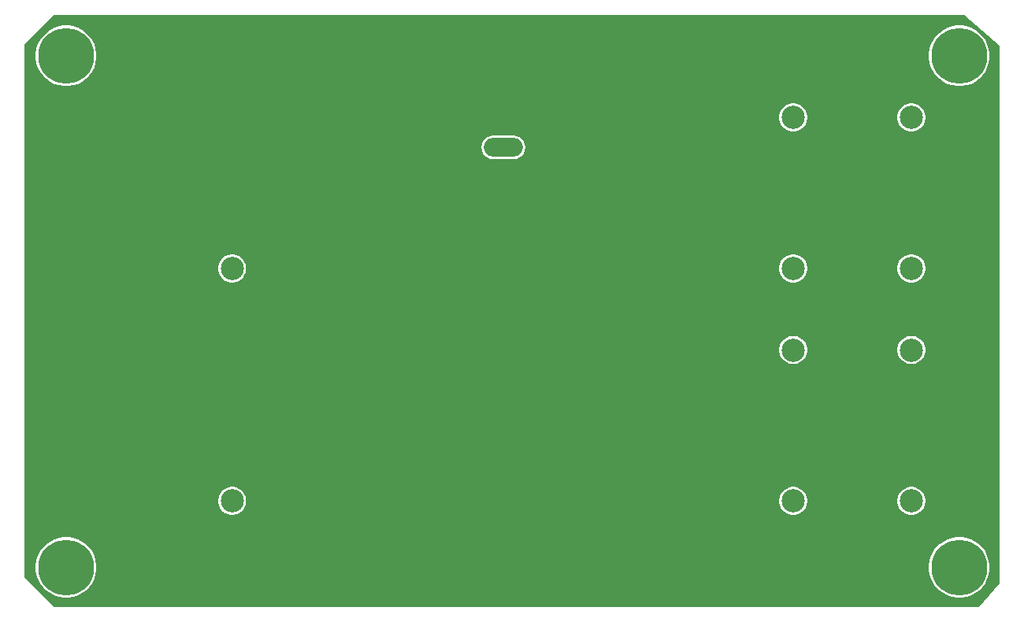
<source format=gbl>
G04*
G04 #@! TF.GenerationSoftware,Altium Limited,Altium Designer,23.1.1 (15)*
G04*
G04 Layer_Physical_Order=2*
G04 Layer_Color=16711680*
%FSLAX24Y24*%
%MOIN*%
G70*
G04*
G04 #@! TF.SameCoordinates,52EA1FD8-E69D-4759-9217-C2292DA48D7E*
G04*
G04*
G04 #@! TF.FilePolarity,Positive*
G04*
G01*
G75*
%ADD44C,0.0984*%
%ADD45C,0.2362*%
%ADD46O,0.0787X0.1654*%
%ADD47O,0.1654X0.0787*%
%ADD48C,0.0200*%
G36*
X41480Y24060D02*
Y1300D01*
Y1280D01*
X40600Y300D01*
X1480Y280D01*
X204Y1556D01*
X204Y24103D01*
X1480Y25360D01*
X39980D01*
X41480Y24060D01*
D02*
G37*
%LPC*%
G36*
X39865Y24903D02*
X39663D01*
X39464Y24872D01*
X39272Y24809D01*
X39092Y24718D01*
X38929Y24599D01*
X38787Y24457D01*
X38668Y24293D01*
X38577Y24114D01*
X38514Y23922D01*
X38483Y23723D01*
Y23521D01*
X38514Y23322D01*
X38577Y23130D01*
X38668Y22951D01*
X38787Y22787D01*
X38929Y22645D01*
X39092Y22526D01*
X39272Y22435D01*
X39464Y22372D01*
X39663Y22341D01*
X39865D01*
X40064Y22372D01*
X40256Y22435D01*
X40435Y22526D01*
X40598Y22645D01*
X40741Y22787D01*
X40859Y22951D01*
X40951Y23130D01*
X41013Y23322D01*
X41045Y23521D01*
Y23723D01*
X41013Y23922D01*
X40951Y24114D01*
X40859Y24293D01*
X40741Y24457D01*
X40598Y24599D01*
X40435Y24718D01*
X40256Y24809D01*
X40064Y24872D01*
X39865Y24903D01*
D02*
G37*
G36*
X2069D02*
X1868D01*
X1669Y24872D01*
X1477Y24809D01*
X1297Y24718D01*
X1134Y24599D01*
X991Y24457D01*
X873Y24293D01*
X781Y24114D01*
X719Y23922D01*
X687Y23723D01*
Y23521D01*
X719Y23322D01*
X781Y23130D01*
X873Y22951D01*
X991Y22787D01*
X1134Y22645D01*
X1297Y22526D01*
X1477Y22435D01*
X1669Y22372D01*
X1868Y22341D01*
X2069D01*
X2269Y22372D01*
X2460Y22435D01*
X2640Y22526D01*
X2803Y22645D01*
X2946Y22787D01*
X3064Y22951D01*
X3156Y23130D01*
X3218Y23322D01*
X3250Y23521D01*
Y23723D01*
X3218Y23922D01*
X3156Y24114D01*
X3064Y24293D01*
X2946Y24457D01*
X2803Y24599D01*
X2640Y24718D01*
X2460Y24809D01*
X2269Y24872D01*
X2069Y24903D01*
D02*
G37*
G36*
X37798Y21607D02*
X37682D01*
X37567Y21584D01*
X37460Y21540D01*
X37363Y21475D01*
X37280Y21392D01*
X37215Y21295D01*
X37171Y21188D01*
X37148Y21073D01*
Y20957D01*
X37171Y20842D01*
X37215Y20734D01*
X37280Y20637D01*
X37363Y20555D01*
X37460Y20490D01*
X37567Y20446D01*
X37682Y20423D01*
X37798D01*
X37913Y20446D01*
X38020Y20490D01*
X38117Y20555D01*
X38200Y20637D01*
X38265Y20734D01*
X38309Y20842D01*
X38332Y20957D01*
Y21073D01*
X38309Y21188D01*
X38265Y21295D01*
X38200Y21392D01*
X38117Y21475D01*
X38020Y21540D01*
X37913Y21584D01*
X37798Y21607D01*
D02*
G37*
G36*
X32798D02*
X32682D01*
X32567Y21584D01*
X32460Y21540D01*
X32363Y21475D01*
X32280Y21392D01*
X32215Y21295D01*
X32171Y21188D01*
X32148Y21073D01*
Y20957D01*
X32171Y20842D01*
X32215Y20734D01*
X32280Y20637D01*
X32363Y20555D01*
X32460Y20490D01*
X32567Y20446D01*
X32682Y20423D01*
X32798D01*
X32913Y20446D01*
X33020Y20490D01*
X33117Y20555D01*
X33200Y20637D01*
X33265Y20734D01*
X33309Y20842D01*
X33332Y20957D01*
Y21073D01*
X33309Y21188D01*
X33265Y21295D01*
X33200Y21392D01*
X33117Y21475D01*
X33020Y21540D01*
X32913Y21584D01*
X32798Y21607D01*
D02*
G37*
G36*
X20906Y20242D02*
X20039D01*
X19910Y20225D01*
X19790Y20175D01*
X19687Y20096D01*
X19608Y19993D01*
X19558Y19873D01*
X19541Y19744D01*
X19558Y19615D01*
X19608Y19495D01*
X19687Y19392D01*
X19790Y19313D01*
X19910Y19263D01*
X20039Y19246D01*
X20906D01*
X21034Y19263D01*
X21154Y19313D01*
X21258Y19392D01*
X21337Y19495D01*
X21386Y19615D01*
X21403Y19744D01*
X21386Y19873D01*
X21337Y19993D01*
X21258Y20096D01*
X21154Y20175D01*
X21034Y20225D01*
X20906Y20242D01*
D02*
G37*
G36*
X37798Y15217D02*
X37682D01*
X37567Y15194D01*
X37460Y15150D01*
X37363Y15085D01*
X37280Y15003D01*
X37215Y14906D01*
X37171Y14798D01*
X37148Y14683D01*
Y14567D01*
X37171Y14452D01*
X37215Y14345D01*
X37280Y14248D01*
X37363Y14165D01*
X37460Y14100D01*
X37567Y14056D01*
X37682Y14033D01*
X37798D01*
X37913Y14056D01*
X38020Y14100D01*
X38117Y14165D01*
X38200Y14248D01*
X38265Y14345D01*
X38309Y14452D01*
X38332Y14567D01*
Y14683D01*
X38309Y14798D01*
X38265Y14906D01*
X38200Y15003D01*
X38117Y15085D01*
X38020Y15150D01*
X37913Y15194D01*
X37798Y15217D01*
D02*
G37*
G36*
X32798D02*
X32682D01*
X32567Y15194D01*
X32460Y15150D01*
X32363Y15085D01*
X32280Y15003D01*
X32215Y14906D01*
X32171Y14798D01*
X32148Y14683D01*
Y14567D01*
X32171Y14452D01*
X32215Y14345D01*
X32280Y14248D01*
X32363Y14165D01*
X32460Y14100D01*
X32567Y14056D01*
X32682Y14033D01*
X32798D01*
X32913Y14056D01*
X33020Y14100D01*
X33117Y14165D01*
X33200Y14248D01*
X33265Y14345D01*
X33309Y14452D01*
X33332Y14567D01*
Y14683D01*
X33309Y14798D01*
X33265Y14906D01*
X33200Y15003D01*
X33117Y15085D01*
X33020Y15150D01*
X32913Y15194D01*
X32798Y15217D01*
D02*
G37*
G36*
X9054Y15212D02*
X8938D01*
X8823Y15189D01*
X8716Y15145D01*
X8619Y15080D01*
X8536Y14998D01*
X8471Y14901D01*
X8427Y14793D01*
X8404Y14678D01*
Y14562D01*
X8427Y14447D01*
X8471Y14340D01*
X8536Y14243D01*
X8619Y14160D01*
X8716Y14095D01*
X8823Y14051D01*
X8938Y14028D01*
X9054D01*
X9169Y14051D01*
X9277Y14095D01*
X9374Y14160D01*
X9456Y14243D01*
X9521Y14340D01*
X9565Y14447D01*
X9588Y14562D01*
Y14678D01*
X9565Y14793D01*
X9521Y14901D01*
X9456Y14998D01*
X9374Y15080D01*
X9277Y15145D01*
X9169Y15189D01*
X9054Y15212D01*
D02*
G37*
G36*
X37795Y11759D02*
X37678D01*
X37564Y11737D01*
X37456Y11692D01*
X37359Y11627D01*
X37276Y11545D01*
X37211Y11448D01*
X37167Y11340D01*
X37144Y11226D01*
Y11109D01*
X37167Y10995D01*
X37211Y10887D01*
X37276Y10790D01*
X37359Y10707D01*
X37456Y10643D01*
X37564Y10598D01*
X37678Y10575D01*
X37795D01*
X37909Y10598D01*
X38017Y10643D01*
X38114Y10707D01*
X38196Y10790D01*
X38261Y10887D01*
X38306Y10995D01*
X38328Y11109D01*
Y11226D01*
X38306Y11340D01*
X38261Y11448D01*
X38196Y11545D01*
X38114Y11627D01*
X38017Y11692D01*
X37909Y11737D01*
X37795Y11759D01*
D02*
G37*
G36*
X32795D02*
X32678D01*
X32564Y11737D01*
X32456Y11692D01*
X32359Y11627D01*
X32276Y11545D01*
X32211Y11448D01*
X32167Y11340D01*
X32144Y11226D01*
Y11109D01*
X32167Y10995D01*
X32211Y10887D01*
X32276Y10790D01*
X32359Y10707D01*
X32456Y10643D01*
X32564Y10598D01*
X32678Y10575D01*
X32795D01*
X32909Y10598D01*
X33017Y10643D01*
X33114Y10707D01*
X33196Y10790D01*
X33261Y10887D01*
X33306Y10995D01*
X33328Y11109D01*
Y11226D01*
X33306Y11340D01*
X33261Y11448D01*
X33196Y11545D01*
X33114Y11627D01*
X33017Y11692D01*
X32909Y11737D01*
X32795Y11759D01*
D02*
G37*
G36*
X37795Y5370D02*
X37678D01*
X37564Y5347D01*
X37456Y5302D01*
X37359Y5237D01*
X37276Y5155D01*
X37211Y5058D01*
X37167Y4950D01*
X37144Y4836D01*
Y4719D01*
X37167Y4605D01*
X37211Y4497D01*
X37276Y4400D01*
X37359Y4318D01*
X37456Y4253D01*
X37564Y4208D01*
X37678Y4185D01*
X37795D01*
X37909Y4208D01*
X38017Y4253D01*
X38114Y4318D01*
X38196Y4400D01*
X38261Y4497D01*
X38306Y4605D01*
X38328Y4719D01*
Y4836D01*
X38306Y4950D01*
X38261Y5058D01*
X38196Y5155D01*
X38114Y5237D01*
X38017Y5302D01*
X37909Y5347D01*
X37795Y5370D01*
D02*
G37*
G36*
X32795D02*
X32678D01*
X32564Y5347D01*
X32456Y5302D01*
X32359Y5237D01*
X32276Y5155D01*
X32211Y5058D01*
X32167Y4950D01*
X32144Y4836D01*
Y4719D01*
X32167Y4605D01*
X32211Y4497D01*
X32276Y4400D01*
X32359Y4318D01*
X32456Y4253D01*
X32564Y4208D01*
X32678Y4185D01*
X32795D01*
X32909Y4208D01*
X33017Y4253D01*
X33114Y4318D01*
X33196Y4400D01*
X33261Y4497D01*
X33306Y4605D01*
X33328Y4719D01*
Y4836D01*
X33306Y4950D01*
X33261Y5058D01*
X33196Y5155D01*
X33114Y5237D01*
X33017Y5302D01*
X32909Y5347D01*
X32795Y5370D01*
D02*
G37*
G36*
X9054D02*
X8938D01*
X8823Y5347D01*
X8716Y5302D01*
X8619Y5237D01*
X8536Y5155D01*
X8471Y5058D01*
X8427Y4950D01*
X8404Y4836D01*
Y4719D01*
X8427Y4605D01*
X8471Y4497D01*
X8536Y4400D01*
X8619Y4318D01*
X8716Y4253D01*
X8823Y4208D01*
X8938Y4185D01*
X9054D01*
X9169Y4208D01*
X9277Y4253D01*
X9374Y4318D01*
X9456Y4400D01*
X9521Y4497D01*
X9565Y4605D01*
X9588Y4719D01*
Y4836D01*
X9565Y4950D01*
X9521Y5058D01*
X9456Y5155D01*
X9374Y5237D01*
X9277Y5302D01*
X9169Y5347D01*
X9054Y5370D01*
D02*
G37*
G36*
X39865Y3250D02*
X39663D01*
X39464Y3218D01*
X39272Y3156D01*
X39092Y3064D01*
X38929Y2946D01*
X38787Y2803D01*
X38668Y2640D01*
X38577Y2460D01*
X38514Y2269D01*
X38483Y2069D01*
Y1868D01*
X38514Y1669D01*
X38577Y1477D01*
X38668Y1297D01*
X38787Y1134D01*
X38929Y991D01*
X39092Y873D01*
X39272Y781D01*
X39464Y719D01*
X39663Y687D01*
X39865D01*
X40064Y719D01*
X40256Y781D01*
X40435Y873D01*
X40598Y991D01*
X40741Y1134D01*
X40859Y1297D01*
X40951Y1477D01*
X41013Y1669D01*
X41045Y1868D01*
Y2069D01*
X41013Y2269D01*
X40951Y2460D01*
X40859Y2640D01*
X40741Y2803D01*
X40598Y2946D01*
X40435Y3064D01*
X40256Y3156D01*
X40064Y3218D01*
X39865Y3250D01*
D02*
G37*
G36*
X2069D02*
X1868D01*
X1669Y3218D01*
X1477Y3156D01*
X1297Y3064D01*
X1134Y2946D01*
X991Y2803D01*
X873Y2640D01*
X781Y2460D01*
X719Y2269D01*
X687Y2069D01*
Y1868D01*
X719Y1669D01*
X781Y1477D01*
X873Y1297D01*
X991Y1134D01*
X1134Y991D01*
X1297Y873D01*
X1477Y781D01*
X1669Y719D01*
X1868Y687D01*
X2069D01*
X2269Y719D01*
X2460Y781D01*
X2640Y873D01*
X2803Y991D01*
X2946Y1134D01*
X3064Y1297D01*
X3156Y1477D01*
X3218Y1669D01*
X3250Y1868D01*
Y2069D01*
X3218Y2269D01*
X3156Y2460D01*
X3064Y2640D01*
X2946Y2803D01*
X2803Y2946D01*
X2640Y3064D01*
X2460Y3156D01*
X2269Y3218D01*
X2069Y3250D01*
D02*
G37*
%LPD*%
D44*
X37736Y4778D02*
D03*
Y11167D02*
D03*
X32736Y4778D02*
D03*
Y11167D02*
D03*
X8996Y14620D02*
D03*
Y21010D02*
D03*
X3996Y14620D02*
D03*
Y21010D02*
D03*
X8996Y4778D02*
D03*
Y11167D02*
D03*
X3996Y4778D02*
D03*
Y11167D02*
D03*
X32740Y21015D02*
D03*
Y14625D02*
D03*
X37740Y21015D02*
D03*
Y14625D02*
D03*
D45*
X1969Y23622D02*
D03*
Y1969D02*
D03*
X39764Y23622D02*
D03*
Y1969D02*
D03*
D46*
X18661Y20846D02*
D03*
D47*
X20472Y22146D02*
D03*
Y19744D02*
D03*
D48*
X15500Y17700D02*
D03*
Y19000D02*
D03*
X14100Y19050D02*
D03*
X15600Y20500D02*
D03*
X14050Y20550D02*
D03*
X15600Y21950D02*
D03*
X14150Y21850D02*
D03*
X15500Y6700D02*
D03*
X16250Y7550D02*
D03*
X16800Y8600D02*
D03*
X16000Y8750D02*
D03*
X24600Y19450D02*
D03*
X37150Y13450D02*
D03*
X33850Y13550D02*
D03*
X35433Y13583D02*
D03*
X34850Y1750D02*
D03*
X29850Y2100D02*
D03*
X27050Y4450D02*
D03*
X30050Y4100D02*
D03*
X32750Y2300D02*
D03*
X36450Y2800D02*
D03*
X35100Y5400D02*
D03*
X41100Y5100D02*
D03*
X40750Y6500D02*
D03*
X40850Y7550D02*
D03*
X40900Y8800D02*
D03*
X40650Y10200D02*
D03*
X40750Y11750D02*
D03*
X40800Y13100D02*
D03*
X40350Y16250D02*
D03*
X40500Y18250D02*
D03*
X40550Y19950D02*
D03*
X40250Y21750D02*
D03*
X26100Y21300D02*
D03*
X28750Y20800D02*
D03*
X35050Y23850D02*
D03*
X31250Y23000D02*
D03*
X28300Y22500D02*
D03*
X36250Y24950D02*
D03*
X33050Y24850D02*
D03*
X29950Y24750D02*
D03*
X27050Y24550D02*
D03*
X23700Y25200D02*
D03*
X20700Y25150D02*
D03*
X17000D02*
D03*
X13350Y25100D02*
D03*
X9550Y25050D02*
D03*
X24900Y4900D02*
D03*
X22150Y2150D02*
D03*
X20850Y2250D02*
D03*
X22150Y3500D02*
D03*
X20850Y3550D02*
D03*
X22150Y4900D02*
D03*
X20800D02*
D03*
X22100Y6200D02*
D03*
X20800Y6250D02*
D03*
X22100Y7500D02*
D03*
X20800D02*
D03*
X11150Y4250D02*
D03*
X16900D02*
D03*
X15500D02*
D03*
X14100D02*
D03*
X12550D02*
D03*
X14050Y5650D02*
D03*
X12550Y5700D02*
D03*
X14000Y7050D02*
D03*
X12550Y7100D02*
D03*
X13950Y8450D02*
D03*
X12550Y8500D02*
D03*
X11800Y10500D02*
D03*
Y11850D02*
D03*
X12500Y15450D02*
D03*
X11150D02*
D03*
X20300Y950D02*
D03*
X19000D02*
D03*
X17650D02*
D03*
X16250D02*
D03*
X15000D02*
D03*
X13650D02*
D03*
X12300D02*
D03*
X10900D02*
D03*
X9650D02*
D03*
X8350Y900D02*
D03*
X7050D02*
D03*
X5700D02*
D03*
X4300D02*
D03*
X8900Y7550D02*
D03*
X10850Y9400D02*
D03*
X8900Y9350D02*
D03*
X10850Y12850D02*
D03*
X8900D02*
D03*
X10850Y16350D02*
D03*
X8900Y16300D02*
D03*
X1450Y5200D02*
D03*
X2850Y6900D02*
D03*
X1400D02*
D03*
X2900Y8450D02*
D03*
X1400Y8500D02*
D03*
X3000Y10150D02*
D03*
X1450Y10100D02*
D03*
X2950Y13250D02*
D03*
X1450Y13300D02*
D03*
X1400Y14900D02*
D03*
X2850Y16350D02*
D03*
X1400Y16300D02*
D03*
X2850Y17500D02*
D03*
X1450Y17600D02*
D03*
X2850Y18800D02*
D03*
X1450Y18900D02*
D03*
X2850Y20150D02*
D03*
X1500Y20100D02*
D03*
X1550Y21150D02*
D03*
X8800Y22650D02*
D03*
X7500D02*
D03*
X6300Y22600D02*
D03*
X5050D02*
D03*
X8800Y23700D02*
D03*
X7500D02*
D03*
X6300D02*
D03*
X5000Y23650D02*
D03*
X16700Y14400D02*
D03*
X17350Y10800D02*
D03*
Y10450D02*
D03*
X17800Y8400D02*
D03*
X18800Y12600D02*
D03*
X18393Y11812D02*
D03*
X18800Y11400D02*
D03*
X17593Y11812D02*
D03*
X17993D02*
D03*
X17600Y11400D02*
D03*
X18000D02*
D03*
X18400D02*
D03*
X18793Y11812D02*
D03*
X17600Y12200D02*
D03*
X18000D02*
D03*
X18400Y12600D02*
D03*
X18000D02*
D03*
X17600D02*
D03*
X18400Y14200D02*
D03*
X20380Y8052D02*
D03*
X20399Y9867D02*
D03*
X26000Y18700D02*
D03*
X12800Y11400D02*
D03*
X14000Y13400D02*
D03*
X25600Y11900D02*
D03*
X13624Y15027D02*
D03*
X13011Y13602D02*
D03*
X25750Y15300D02*
D03*
X15800Y5750D02*
D03*
X15000Y7600D02*
D03*
X15050Y8950D02*
D03*
X17800Y8800D02*
D03*
X16400Y16400D02*
D03*
Y16800D02*
D03*
X17400Y22000D02*
D03*
X17000D02*
D03*
X14124Y10642D02*
D03*
X16200Y9400D02*
D03*
X16400Y17200D02*
D03*
X25900Y8700D02*
D03*
X26053Y15435D02*
D03*
X25800Y19000D02*
D03*
X25500Y8550D02*
D03*
X25900Y8350D02*
D03*
X25950Y12100D02*
D03*
Y11750D02*
D03*
X26050Y15150D02*
D03*
X25550Y18700D02*
D03*
X20748Y14724D02*
D03*
X14103Y9780D02*
D03*
X14323Y12220D02*
D03*
X17800Y22000D02*
D03*
M02*

</source>
